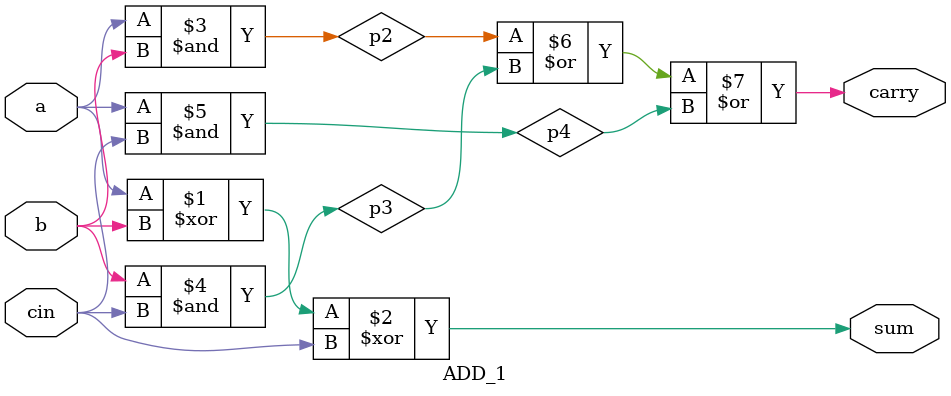
<source format=v>
`timescale 1ns/1ps

module ADD_1(sum, carry, a,b, cin);

    input signed a,b, cin;
    output signed sum;
    output carry;

    wire p1, p2, p3, p4, p5;

    //SUM
    xor xg1(sum, a, b, cin);

    //CARRY
    and ag1(p2, a, b);
    and ag2(p3, b, cin);
    and ag3(p4, a, cin);

    or og1(carry, p2, p3, p4);
    
endmodule

</source>
